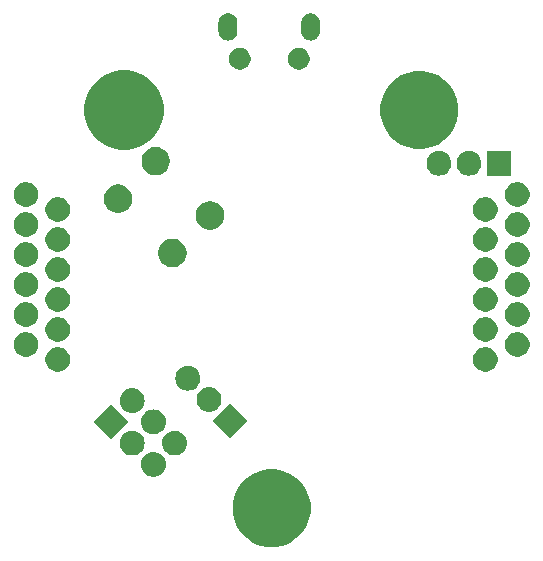
<source format=gbs>
G04 #@! TF.GenerationSoftware,KiCad,Pcbnew,(5.0.0)*
G04 #@! TF.CreationDate,2019-01-09T16:44:40-03:00*
G04 #@! TF.ProjectId,PCB_D,5043425F442E6B696361645F70636200,rev?*
G04 #@! TF.SameCoordinates,Original*
G04 #@! TF.FileFunction,Soldermask,Bot*
G04 #@! TF.FilePolarity,Negative*
%FSLAX46Y46*%
G04 Gerber Fmt 4.6, Leading zero omitted, Abs format (unit mm)*
G04 Created by KiCad (PCBNEW (5.0.0)) date 01/09/19 16:44:40*
%MOMM*%
%LPD*%
G01*
G04 APERTURE LIST*
%ADD10C,0.100000*%
G04 APERTURE END LIST*
D10*
G36*
X962574Y-17026817D02*
X1563135Y-17275577D01*
X2103630Y-17636725D01*
X2563275Y-18096370D01*
X2924423Y-18636865D01*
X3173183Y-19237426D01*
X3300000Y-19874977D01*
X3300000Y-20525023D01*
X3173183Y-21162574D01*
X2924423Y-21763135D01*
X2563275Y-22303630D01*
X2103630Y-22763275D01*
X1563135Y-23124423D01*
X962574Y-23373183D01*
X325023Y-23500000D01*
X-325023Y-23500000D01*
X-962574Y-23373183D01*
X-1563135Y-23124423D01*
X-2103630Y-22763275D01*
X-2563275Y-22303630D01*
X-2924423Y-21763135D01*
X-3173183Y-21162574D01*
X-3300000Y-20525023D01*
X-3300000Y-19874977D01*
X-3173183Y-19237426D01*
X-2924423Y-18636865D01*
X-2563275Y-18096370D01*
X-2103630Y-17636725D01*
X-1563135Y-17275577D01*
X-962574Y-17026817D01*
X-325023Y-16900000D01*
X325023Y-16900000D01*
X962574Y-17026817D01*
X962574Y-17026817D01*
G37*
G36*
X-9879191Y-15449698D02*
X-9802062Y-15457295D01*
X-9670111Y-15497322D01*
X-9604135Y-15517335D01*
X-9421726Y-15614835D01*
X-9261844Y-15746048D01*
X-9130631Y-15905930D01*
X-9033131Y-16088339D01*
X-9033131Y-16088340D01*
X-8973091Y-16286266D01*
X-8952818Y-16492102D01*
X-8973091Y-16697938D01*
X-9013118Y-16829889D01*
X-9033131Y-16895865D01*
X-9130631Y-17078274D01*
X-9261844Y-17238156D01*
X-9421726Y-17369369D01*
X-9604135Y-17466869D01*
X-9670111Y-17486882D01*
X-9802062Y-17526909D01*
X-9879191Y-17534505D01*
X-9956318Y-17542102D01*
X-10059478Y-17542102D01*
X-10136605Y-17534505D01*
X-10213734Y-17526909D01*
X-10345685Y-17486882D01*
X-10411661Y-17466869D01*
X-10594070Y-17369369D01*
X-10753952Y-17238156D01*
X-10885165Y-17078274D01*
X-10982665Y-16895865D01*
X-11002678Y-16829889D01*
X-11042705Y-16697938D01*
X-11062978Y-16492102D01*
X-11042705Y-16286266D01*
X-10982665Y-16088340D01*
X-10982665Y-16088339D01*
X-10885165Y-15905930D01*
X-10753952Y-15746048D01*
X-10594070Y-15614835D01*
X-10411661Y-15517335D01*
X-10345685Y-15497322D01*
X-10213734Y-15457295D01*
X-10136605Y-15449698D01*
X-10059478Y-15442102D01*
X-9956318Y-15442102D01*
X-9879191Y-15449698D01*
X-9879191Y-15449698D01*
G37*
G36*
X-8083139Y-13653648D02*
X-8006010Y-13661244D01*
X-7874059Y-13701271D01*
X-7808083Y-13721284D01*
X-7625674Y-13818784D01*
X-7465792Y-13949997D01*
X-7334579Y-14109879D01*
X-7237079Y-14292288D01*
X-7237079Y-14292289D01*
X-7177039Y-14490215D01*
X-7156766Y-14696051D01*
X-7177039Y-14901887D01*
X-7217066Y-15033838D01*
X-7237079Y-15099814D01*
X-7334579Y-15282223D01*
X-7465792Y-15442105D01*
X-7625674Y-15573318D01*
X-7808083Y-15670818D01*
X-7874059Y-15690831D01*
X-8006010Y-15730858D01*
X-8083139Y-15738455D01*
X-8160266Y-15746051D01*
X-8263426Y-15746051D01*
X-8340553Y-15738455D01*
X-8417682Y-15730858D01*
X-8549633Y-15690831D01*
X-8615609Y-15670818D01*
X-8798018Y-15573318D01*
X-8957900Y-15442105D01*
X-9089113Y-15282223D01*
X-9186613Y-15099814D01*
X-9206626Y-15033838D01*
X-9246653Y-14901887D01*
X-9266926Y-14696051D01*
X-9246653Y-14490215D01*
X-9186613Y-14292289D01*
X-9186613Y-14292288D01*
X-9089113Y-14109879D01*
X-8957900Y-13949997D01*
X-8798018Y-13818784D01*
X-8615609Y-13721284D01*
X-8549633Y-13701271D01*
X-8417682Y-13661244D01*
X-8340553Y-13653648D01*
X-8263426Y-13646051D01*
X-8160266Y-13646051D01*
X-8083139Y-13653648D01*
X-8083139Y-13653648D01*
G37*
G36*
X-11675242Y-13653648D02*
X-11598113Y-13661244D01*
X-11466162Y-13701271D01*
X-11400186Y-13721284D01*
X-11217777Y-13818784D01*
X-11057895Y-13949997D01*
X-10926682Y-14109879D01*
X-10829182Y-14292288D01*
X-10829182Y-14292289D01*
X-10769142Y-14490215D01*
X-10748869Y-14696051D01*
X-10769142Y-14901887D01*
X-10809169Y-15033838D01*
X-10829182Y-15099814D01*
X-10926682Y-15282223D01*
X-11057895Y-15442105D01*
X-11217777Y-15573318D01*
X-11400186Y-15670818D01*
X-11466162Y-15690831D01*
X-11598113Y-15730858D01*
X-11675242Y-15738455D01*
X-11752369Y-15746051D01*
X-11855529Y-15746051D01*
X-11932656Y-15738455D01*
X-12009785Y-15730858D01*
X-12141736Y-15690831D01*
X-12207712Y-15670818D01*
X-12390121Y-15573318D01*
X-12550003Y-15442105D01*
X-12681216Y-15282223D01*
X-12778716Y-15099814D01*
X-12798729Y-15033838D01*
X-12838756Y-14901887D01*
X-12859029Y-14696051D01*
X-12838756Y-14490215D01*
X-12778716Y-14292289D01*
X-12778716Y-14292288D01*
X-12681216Y-14109879D01*
X-12550003Y-13949997D01*
X-12390121Y-13818784D01*
X-12207712Y-13721284D01*
X-12141736Y-13701271D01*
X-12009785Y-13661244D01*
X-11932656Y-13653648D01*
X-11855529Y-13646051D01*
X-11752369Y-13646051D01*
X-11675242Y-13653648D01*
X-11675242Y-13653648D01*
G37*
G36*
X-12115075Y-12900000D02*
X-13600000Y-14384925D01*
X-15084925Y-12900000D01*
X-13600000Y-11415075D01*
X-12115075Y-12900000D01*
X-12115075Y-12900000D01*
G37*
G36*
X-2019024Y-12796051D02*
X-3503949Y-14280976D01*
X-4988874Y-12796051D01*
X-3503949Y-11311126D01*
X-2019024Y-12796051D01*
X-2019024Y-12796051D01*
G37*
G36*
X-9879191Y-11857596D02*
X-9802062Y-11865193D01*
X-9670111Y-11905220D01*
X-9604135Y-11925233D01*
X-9421726Y-12022733D01*
X-9261844Y-12153946D01*
X-9130631Y-12313828D01*
X-9033131Y-12496237D01*
X-9033131Y-12496238D01*
X-8973091Y-12694164D01*
X-8952818Y-12900000D01*
X-8973091Y-13105836D01*
X-9013118Y-13237787D01*
X-9033131Y-13303763D01*
X-9130631Y-13486172D01*
X-9261844Y-13646054D01*
X-9421726Y-13777267D01*
X-9604135Y-13874767D01*
X-9670111Y-13894780D01*
X-9802062Y-13934807D01*
X-9879191Y-13942404D01*
X-9956318Y-13950000D01*
X-10059478Y-13950000D01*
X-10136605Y-13942404D01*
X-10213734Y-13934807D01*
X-10345685Y-13894780D01*
X-10411661Y-13874767D01*
X-10594070Y-13777267D01*
X-10753952Y-13646054D01*
X-10885165Y-13486172D01*
X-10982665Y-13303763D01*
X-11002678Y-13237787D01*
X-11042705Y-13105836D01*
X-11062978Y-12900000D01*
X-11042705Y-12694164D01*
X-10982665Y-12496238D01*
X-10982665Y-12496237D01*
X-10885165Y-12313828D01*
X-10753952Y-12153946D01*
X-10594070Y-12022733D01*
X-10411661Y-11925233D01*
X-10345685Y-11905220D01*
X-10213734Y-11865193D01*
X-10136605Y-11857596D01*
X-10059478Y-11850000D01*
X-9956318Y-11850000D01*
X-9879191Y-11857596D01*
X-9879191Y-11857596D01*
G37*
G36*
X-11675242Y-10061546D02*
X-11598113Y-10069142D01*
X-11466162Y-10109169D01*
X-11400186Y-10129182D01*
X-11217777Y-10226682D01*
X-11057895Y-10357895D01*
X-10926682Y-10517777D01*
X-10829182Y-10700186D01*
X-10829182Y-10700187D01*
X-10769142Y-10898113D01*
X-10748869Y-11103949D01*
X-10769142Y-11309785D01*
X-10797650Y-11403762D01*
X-10829182Y-11507712D01*
X-10926682Y-11690121D01*
X-11057895Y-11850003D01*
X-11217777Y-11981216D01*
X-11400186Y-12078716D01*
X-11466162Y-12098729D01*
X-11598113Y-12138756D01*
X-11675242Y-12146353D01*
X-11752369Y-12153949D01*
X-11855529Y-12153949D01*
X-11932656Y-12146353D01*
X-12009785Y-12138756D01*
X-12141736Y-12098729D01*
X-12207712Y-12078716D01*
X-12390121Y-11981216D01*
X-12550003Y-11850003D01*
X-12681216Y-11690121D01*
X-12778716Y-11507712D01*
X-12810248Y-11403762D01*
X-12838756Y-11309785D01*
X-12859029Y-11103949D01*
X-12838756Y-10898113D01*
X-12778716Y-10700187D01*
X-12778716Y-10700186D01*
X-12681216Y-10517777D01*
X-12550003Y-10357895D01*
X-12390121Y-10226682D01*
X-12207712Y-10129182D01*
X-12141736Y-10109169D01*
X-12009785Y-10069142D01*
X-11932656Y-10061546D01*
X-11855529Y-10053949D01*
X-11752369Y-10053949D01*
X-11675242Y-10061546D01*
X-11675242Y-10061546D01*
G37*
G36*
X-5171293Y-9957597D02*
X-5094164Y-9965193D01*
X-4962213Y-10005220D01*
X-4896237Y-10025233D01*
X-4713828Y-10122733D01*
X-4553946Y-10253946D01*
X-4422733Y-10413828D01*
X-4325233Y-10596237D01*
X-4325233Y-10596238D01*
X-4265193Y-10794164D01*
X-4244920Y-11000000D01*
X-4265193Y-11205836D01*
X-4297132Y-11311126D01*
X-4325233Y-11403763D01*
X-4422733Y-11586172D01*
X-4553946Y-11746054D01*
X-4713828Y-11877267D01*
X-4896237Y-11974767D01*
X-4962213Y-11994780D01*
X-5094164Y-12034807D01*
X-5171293Y-12042403D01*
X-5248420Y-12050000D01*
X-5351580Y-12050000D01*
X-5428707Y-12042403D01*
X-5505836Y-12034807D01*
X-5637787Y-11994780D01*
X-5703763Y-11974767D01*
X-5886172Y-11877267D01*
X-6046054Y-11746054D01*
X-6177267Y-11586172D01*
X-6274767Y-11403763D01*
X-6302868Y-11311126D01*
X-6334807Y-11205836D01*
X-6355080Y-11000000D01*
X-6334807Y-10794164D01*
X-6274767Y-10596238D01*
X-6274767Y-10596237D01*
X-6177267Y-10413828D01*
X-6046054Y-10253946D01*
X-5886172Y-10122733D01*
X-5703763Y-10025233D01*
X-5637787Y-10005220D01*
X-5505836Y-9965193D01*
X-5428707Y-9957597D01*
X-5351580Y-9950000D01*
X-5248420Y-9950000D01*
X-5171293Y-9957597D01*
X-5171293Y-9957597D01*
G37*
G36*
X-6967344Y-8161545D02*
X-6890215Y-8169142D01*
X-6758264Y-8209169D01*
X-6692288Y-8229182D01*
X-6509879Y-8326682D01*
X-6349997Y-8457895D01*
X-6218784Y-8617777D01*
X-6121284Y-8800186D01*
X-6121284Y-8800187D01*
X-6061244Y-8998113D01*
X-6040971Y-9203949D01*
X-6061244Y-9409785D01*
X-6101271Y-9541736D01*
X-6121284Y-9607712D01*
X-6218784Y-9790121D01*
X-6349997Y-9950003D01*
X-6509879Y-10081216D01*
X-6692288Y-10178716D01*
X-6758264Y-10198729D01*
X-6890215Y-10238756D01*
X-6967344Y-10246353D01*
X-7044471Y-10253949D01*
X-7147631Y-10253949D01*
X-7224758Y-10246353D01*
X-7301887Y-10238756D01*
X-7433838Y-10198729D01*
X-7499814Y-10178716D01*
X-7682223Y-10081216D01*
X-7842105Y-9950003D01*
X-7973318Y-9790121D01*
X-8070818Y-9607712D01*
X-8090831Y-9541736D01*
X-8130858Y-9409785D01*
X-8151131Y-9203949D01*
X-8130858Y-8998113D01*
X-8070818Y-8800187D01*
X-8070818Y-8800186D01*
X-7973318Y-8617777D01*
X-7842105Y-8457895D01*
X-7682223Y-8326682D01*
X-7499814Y-8229182D01*
X-7433838Y-8209169D01*
X-7301887Y-8169142D01*
X-7224758Y-8161545D01*
X-7147631Y-8153949D01*
X-7044471Y-8153949D01*
X-6967344Y-8161545D01*
X-6967344Y-8161545D01*
G37*
G36*
X18225888Y-6574470D02*
X18406274Y-6610350D01*
X18597362Y-6689502D01*
X18769336Y-6804411D01*
X18915589Y-6950664D01*
X19030498Y-7122638D01*
X19109650Y-7313726D01*
X19150000Y-7516584D01*
X19150000Y-7723416D01*
X19109650Y-7926274D01*
X19030498Y-8117362D01*
X18915589Y-8289336D01*
X18769336Y-8435589D01*
X18597362Y-8550498D01*
X18406274Y-8629650D01*
X18225888Y-8665530D01*
X18203417Y-8670000D01*
X17996583Y-8670000D01*
X17974112Y-8665530D01*
X17793726Y-8629650D01*
X17602638Y-8550498D01*
X17430664Y-8435589D01*
X17284411Y-8289336D01*
X17169502Y-8117362D01*
X17090350Y-7926274D01*
X17050000Y-7723416D01*
X17050000Y-7516584D01*
X17090350Y-7313726D01*
X17169502Y-7122638D01*
X17284411Y-6950664D01*
X17430664Y-6804411D01*
X17602638Y-6689502D01*
X17793726Y-6610350D01*
X17974112Y-6574470D01*
X17996583Y-6570000D01*
X18203417Y-6570000D01*
X18225888Y-6574470D01*
X18225888Y-6574470D01*
G37*
G36*
X-17974112Y-6574470D02*
X-17793726Y-6610350D01*
X-17602638Y-6689502D01*
X-17430664Y-6804411D01*
X-17284411Y-6950664D01*
X-17169502Y-7122638D01*
X-17090350Y-7313726D01*
X-17050000Y-7516584D01*
X-17050000Y-7723416D01*
X-17090350Y-7926274D01*
X-17169502Y-8117362D01*
X-17284411Y-8289336D01*
X-17430664Y-8435589D01*
X-17602638Y-8550498D01*
X-17793726Y-8629650D01*
X-17974112Y-8665530D01*
X-17996583Y-8670000D01*
X-18203417Y-8670000D01*
X-18225888Y-8665530D01*
X-18406274Y-8629650D01*
X-18597362Y-8550498D01*
X-18769336Y-8435589D01*
X-18915589Y-8289336D01*
X-19030498Y-8117362D01*
X-19109650Y-7926274D01*
X-19150000Y-7723416D01*
X-19150000Y-7516584D01*
X-19109650Y-7313726D01*
X-19030498Y-7122638D01*
X-18915589Y-6950664D01*
X-18769336Y-6804411D01*
X-18597362Y-6689502D01*
X-18406274Y-6610350D01*
X-18225888Y-6574470D01*
X-18203417Y-6570000D01*
X-17996583Y-6570000D01*
X-17974112Y-6574470D01*
X-17974112Y-6574470D01*
G37*
G36*
X20925888Y-5304470D02*
X21106274Y-5340350D01*
X21297362Y-5419502D01*
X21469336Y-5534411D01*
X21615589Y-5680664D01*
X21730498Y-5852638D01*
X21809650Y-6043726D01*
X21850000Y-6246584D01*
X21850000Y-6453416D01*
X21809650Y-6656274D01*
X21730498Y-6847362D01*
X21615589Y-7019336D01*
X21469336Y-7165589D01*
X21297362Y-7280498D01*
X21106274Y-7359650D01*
X20925888Y-7395530D01*
X20903417Y-7400000D01*
X20696583Y-7400000D01*
X20674112Y-7395530D01*
X20493726Y-7359650D01*
X20302638Y-7280498D01*
X20130664Y-7165589D01*
X19984411Y-7019336D01*
X19869502Y-6847362D01*
X19790350Y-6656274D01*
X19750000Y-6453416D01*
X19750000Y-6246584D01*
X19790350Y-6043726D01*
X19869502Y-5852638D01*
X19984411Y-5680664D01*
X20130664Y-5534411D01*
X20302638Y-5419502D01*
X20493726Y-5340350D01*
X20674112Y-5304470D01*
X20696583Y-5300000D01*
X20903417Y-5300000D01*
X20925888Y-5304470D01*
X20925888Y-5304470D01*
G37*
G36*
X-20674112Y-5304470D02*
X-20493726Y-5340350D01*
X-20302638Y-5419502D01*
X-20130664Y-5534411D01*
X-19984411Y-5680664D01*
X-19869502Y-5852638D01*
X-19790350Y-6043726D01*
X-19750000Y-6246584D01*
X-19750000Y-6453416D01*
X-19790350Y-6656274D01*
X-19869502Y-6847362D01*
X-19984411Y-7019336D01*
X-20130664Y-7165589D01*
X-20302638Y-7280498D01*
X-20493726Y-7359650D01*
X-20674112Y-7395530D01*
X-20696583Y-7400000D01*
X-20903417Y-7400000D01*
X-20925888Y-7395530D01*
X-21106274Y-7359650D01*
X-21297362Y-7280498D01*
X-21469336Y-7165589D01*
X-21615589Y-7019336D01*
X-21730498Y-6847362D01*
X-21809650Y-6656274D01*
X-21850000Y-6453416D01*
X-21850000Y-6246584D01*
X-21809650Y-6043726D01*
X-21730498Y-5852638D01*
X-21615589Y-5680664D01*
X-21469336Y-5534411D01*
X-21297362Y-5419502D01*
X-21106274Y-5340350D01*
X-20925888Y-5304470D01*
X-20903417Y-5300000D01*
X-20696583Y-5300000D01*
X-20674112Y-5304470D01*
X-20674112Y-5304470D01*
G37*
G36*
X18225888Y-4034470D02*
X18406274Y-4070350D01*
X18597362Y-4149502D01*
X18769336Y-4264411D01*
X18915589Y-4410664D01*
X19030498Y-4582638D01*
X19109650Y-4773726D01*
X19150000Y-4976584D01*
X19150000Y-5183416D01*
X19109650Y-5386274D01*
X19030498Y-5577362D01*
X18915589Y-5749336D01*
X18769336Y-5895589D01*
X18597362Y-6010498D01*
X18406274Y-6089650D01*
X18225888Y-6125530D01*
X18203417Y-6130000D01*
X17996583Y-6130000D01*
X17974112Y-6125530D01*
X17793726Y-6089650D01*
X17602638Y-6010498D01*
X17430664Y-5895589D01*
X17284411Y-5749336D01*
X17169502Y-5577362D01*
X17090350Y-5386274D01*
X17050000Y-5183416D01*
X17050000Y-4976584D01*
X17090350Y-4773726D01*
X17169502Y-4582638D01*
X17284411Y-4410664D01*
X17430664Y-4264411D01*
X17602638Y-4149502D01*
X17793726Y-4070350D01*
X17974112Y-4034470D01*
X17996583Y-4030000D01*
X18203417Y-4030000D01*
X18225888Y-4034470D01*
X18225888Y-4034470D01*
G37*
G36*
X-17974112Y-4034470D02*
X-17793726Y-4070350D01*
X-17602638Y-4149502D01*
X-17430664Y-4264411D01*
X-17284411Y-4410664D01*
X-17169502Y-4582638D01*
X-17090350Y-4773726D01*
X-17050000Y-4976584D01*
X-17050000Y-5183416D01*
X-17090350Y-5386274D01*
X-17169502Y-5577362D01*
X-17284411Y-5749336D01*
X-17430664Y-5895589D01*
X-17602638Y-6010498D01*
X-17793726Y-6089650D01*
X-17974112Y-6125530D01*
X-17996583Y-6130000D01*
X-18203417Y-6130000D01*
X-18225888Y-6125530D01*
X-18406274Y-6089650D01*
X-18597362Y-6010498D01*
X-18769336Y-5895589D01*
X-18915589Y-5749336D01*
X-19030498Y-5577362D01*
X-19109650Y-5386274D01*
X-19150000Y-5183416D01*
X-19150000Y-4976584D01*
X-19109650Y-4773726D01*
X-19030498Y-4582638D01*
X-18915589Y-4410664D01*
X-18769336Y-4264411D01*
X-18597362Y-4149502D01*
X-18406274Y-4070350D01*
X-18225888Y-4034470D01*
X-18203417Y-4030000D01*
X-17996583Y-4030000D01*
X-17974112Y-4034470D01*
X-17974112Y-4034470D01*
G37*
G36*
X20925888Y-2764470D02*
X21106274Y-2800350D01*
X21297362Y-2879502D01*
X21469336Y-2994411D01*
X21615589Y-3140664D01*
X21730498Y-3312638D01*
X21809650Y-3503726D01*
X21850000Y-3706584D01*
X21850000Y-3913416D01*
X21809650Y-4116274D01*
X21730498Y-4307362D01*
X21615589Y-4479336D01*
X21469336Y-4625589D01*
X21297362Y-4740498D01*
X21106274Y-4819650D01*
X20925888Y-4855530D01*
X20903417Y-4860000D01*
X20696583Y-4860000D01*
X20674112Y-4855530D01*
X20493726Y-4819650D01*
X20302638Y-4740498D01*
X20130664Y-4625589D01*
X19984411Y-4479336D01*
X19869502Y-4307362D01*
X19790350Y-4116274D01*
X19750000Y-3913416D01*
X19750000Y-3706584D01*
X19790350Y-3503726D01*
X19869502Y-3312638D01*
X19984411Y-3140664D01*
X20130664Y-2994411D01*
X20302638Y-2879502D01*
X20493726Y-2800350D01*
X20674112Y-2764470D01*
X20696583Y-2760000D01*
X20903417Y-2760000D01*
X20925888Y-2764470D01*
X20925888Y-2764470D01*
G37*
G36*
X-20674112Y-2764470D02*
X-20493726Y-2800350D01*
X-20302638Y-2879502D01*
X-20130664Y-2994411D01*
X-19984411Y-3140664D01*
X-19869502Y-3312638D01*
X-19790350Y-3503726D01*
X-19750000Y-3706584D01*
X-19750000Y-3913416D01*
X-19790350Y-4116274D01*
X-19869502Y-4307362D01*
X-19984411Y-4479336D01*
X-20130664Y-4625589D01*
X-20302638Y-4740498D01*
X-20493726Y-4819650D01*
X-20674112Y-4855530D01*
X-20696583Y-4860000D01*
X-20903417Y-4860000D01*
X-20925888Y-4855530D01*
X-21106274Y-4819650D01*
X-21297362Y-4740498D01*
X-21469336Y-4625589D01*
X-21615589Y-4479336D01*
X-21730498Y-4307362D01*
X-21809650Y-4116274D01*
X-21850000Y-3913416D01*
X-21850000Y-3706584D01*
X-21809650Y-3503726D01*
X-21730498Y-3312638D01*
X-21615589Y-3140664D01*
X-21469336Y-2994411D01*
X-21297362Y-2879502D01*
X-21106274Y-2800350D01*
X-20925888Y-2764470D01*
X-20903417Y-2760000D01*
X-20696583Y-2760000D01*
X-20674112Y-2764470D01*
X-20674112Y-2764470D01*
G37*
G36*
X18225888Y-1494470D02*
X18406274Y-1530350D01*
X18597362Y-1609502D01*
X18769336Y-1724411D01*
X18915589Y-1870664D01*
X19030498Y-2042638D01*
X19109650Y-2233726D01*
X19150000Y-2436584D01*
X19150000Y-2643416D01*
X19109650Y-2846274D01*
X19030498Y-3037362D01*
X18915589Y-3209336D01*
X18769336Y-3355589D01*
X18597362Y-3470498D01*
X18406274Y-3549650D01*
X18225888Y-3585530D01*
X18203417Y-3590000D01*
X17996583Y-3590000D01*
X17974112Y-3585530D01*
X17793726Y-3549650D01*
X17602638Y-3470498D01*
X17430664Y-3355589D01*
X17284411Y-3209336D01*
X17169502Y-3037362D01*
X17090350Y-2846274D01*
X17050000Y-2643416D01*
X17050000Y-2436584D01*
X17090350Y-2233726D01*
X17169502Y-2042638D01*
X17284411Y-1870664D01*
X17430664Y-1724411D01*
X17602638Y-1609502D01*
X17793726Y-1530350D01*
X17974112Y-1494470D01*
X17996583Y-1490000D01*
X18203417Y-1490000D01*
X18225888Y-1494470D01*
X18225888Y-1494470D01*
G37*
G36*
X-17974112Y-1494470D02*
X-17793726Y-1530350D01*
X-17602638Y-1609502D01*
X-17430664Y-1724411D01*
X-17284411Y-1870664D01*
X-17169502Y-2042638D01*
X-17090350Y-2233726D01*
X-17050000Y-2436584D01*
X-17050000Y-2643416D01*
X-17090350Y-2846274D01*
X-17169502Y-3037362D01*
X-17284411Y-3209336D01*
X-17430664Y-3355589D01*
X-17602638Y-3470498D01*
X-17793726Y-3549650D01*
X-17974112Y-3585530D01*
X-17996583Y-3590000D01*
X-18203417Y-3590000D01*
X-18225888Y-3585530D01*
X-18406274Y-3549650D01*
X-18597362Y-3470498D01*
X-18769336Y-3355589D01*
X-18915589Y-3209336D01*
X-19030498Y-3037362D01*
X-19109650Y-2846274D01*
X-19150000Y-2643416D01*
X-19150000Y-2436584D01*
X-19109650Y-2233726D01*
X-19030498Y-2042638D01*
X-18915589Y-1870664D01*
X-18769336Y-1724411D01*
X-18597362Y-1609502D01*
X-18406274Y-1530350D01*
X-18225888Y-1494470D01*
X-18203417Y-1490000D01*
X-17996583Y-1490000D01*
X-17974112Y-1494470D01*
X-17974112Y-1494470D01*
G37*
G36*
X-20674112Y-224470D02*
X-20493726Y-260350D01*
X-20302638Y-339502D01*
X-20130664Y-454411D01*
X-19984411Y-600664D01*
X-19869502Y-772638D01*
X-19790350Y-963726D01*
X-19750000Y-1166584D01*
X-19750000Y-1373416D01*
X-19790350Y-1576274D01*
X-19869502Y-1767362D01*
X-19984411Y-1939336D01*
X-20130664Y-2085589D01*
X-20302638Y-2200498D01*
X-20493726Y-2279650D01*
X-20674112Y-2315530D01*
X-20696583Y-2320000D01*
X-20903417Y-2320000D01*
X-20925888Y-2315530D01*
X-21106274Y-2279650D01*
X-21297362Y-2200498D01*
X-21469336Y-2085589D01*
X-21615589Y-1939336D01*
X-21730498Y-1767362D01*
X-21809650Y-1576274D01*
X-21850000Y-1373416D01*
X-21850000Y-1166584D01*
X-21809650Y-963726D01*
X-21730498Y-772638D01*
X-21615589Y-600664D01*
X-21469336Y-454411D01*
X-21297362Y-339502D01*
X-21106274Y-260350D01*
X-20925888Y-224470D01*
X-20903417Y-220000D01*
X-20696583Y-220000D01*
X-20674112Y-224470D01*
X-20674112Y-224470D01*
G37*
G36*
X20925888Y-224470D02*
X21106274Y-260350D01*
X21297362Y-339502D01*
X21469336Y-454411D01*
X21615589Y-600664D01*
X21730498Y-772638D01*
X21809650Y-963726D01*
X21850000Y-1166584D01*
X21850000Y-1373416D01*
X21809650Y-1576274D01*
X21730498Y-1767362D01*
X21615589Y-1939336D01*
X21469336Y-2085589D01*
X21297362Y-2200498D01*
X21106274Y-2279650D01*
X20925888Y-2315530D01*
X20903417Y-2320000D01*
X20696583Y-2320000D01*
X20674112Y-2315530D01*
X20493726Y-2279650D01*
X20302638Y-2200498D01*
X20130664Y-2085589D01*
X19984411Y-1939336D01*
X19869502Y-1767362D01*
X19790350Y-1576274D01*
X19750000Y-1373416D01*
X19750000Y-1166584D01*
X19790350Y-963726D01*
X19869502Y-772638D01*
X19984411Y-600664D01*
X20130664Y-454411D01*
X20302638Y-339502D01*
X20493726Y-260350D01*
X20674112Y-224470D01*
X20696583Y-220000D01*
X20903417Y-220000D01*
X20925888Y-224470D01*
X20925888Y-224470D01*
G37*
G36*
X-17974112Y1045530D02*
X-17793726Y1009650D01*
X-17602638Y930498D01*
X-17430664Y815589D01*
X-17284411Y669336D01*
X-17169502Y497362D01*
X-17090350Y306274D01*
X-17050000Y103416D01*
X-17050000Y-103416D01*
X-17090350Y-306274D01*
X-17169502Y-497362D01*
X-17284411Y-669336D01*
X-17430664Y-815589D01*
X-17602638Y-930498D01*
X-17793726Y-1009650D01*
X-17974112Y-1045530D01*
X-17996583Y-1050000D01*
X-18203417Y-1050000D01*
X-18225888Y-1045530D01*
X-18406274Y-1009650D01*
X-18597362Y-930498D01*
X-18769336Y-815589D01*
X-18915589Y-669336D01*
X-19030498Y-497362D01*
X-19109650Y-306274D01*
X-19150000Y-103416D01*
X-19150000Y103416D01*
X-19109650Y306274D01*
X-19030498Y497362D01*
X-18915589Y669336D01*
X-18769336Y815589D01*
X-18597362Y930498D01*
X-18406274Y1009650D01*
X-18225888Y1045530D01*
X-18203417Y1050000D01*
X-17996583Y1050000D01*
X-17974112Y1045530D01*
X-17974112Y1045530D01*
G37*
G36*
X18225888Y1045530D02*
X18406274Y1009650D01*
X18597362Y930498D01*
X18769336Y815589D01*
X18915589Y669336D01*
X19030498Y497362D01*
X19109650Y306274D01*
X19150000Y103416D01*
X19150000Y-103416D01*
X19109650Y-306274D01*
X19030498Y-497362D01*
X18915589Y-669336D01*
X18769336Y-815589D01*
X18597362Y-930498D01*
X18406274Y-1009650D01*
X18225888Y-1045530D01*
X18203417Y-1050000D01*
X17996583Y-1050000D01*
X17974112Y-1045530D01*
X17793726Y-1009650D01*
X17602638Y-930498D01*
X17430664Y-815589D01*
X17284411Y-669336D01*
X17169502Y-497362D01*
X17090350Y-306274D01*
X17050000Y-103416D01*
X17050000Y103416D01*
X17090350Y306274D01*
X17169502Y497362D01*
X17284411Y669336D01*
X17430664Y815589D01*
X17602638Y930498D01*
X17793726Y1009650D01*
X17974112Y1045530D01*
X17996583Y1050000D01*
X18203417Y1050000D01*
X18225888Y1045530D01*
X18225888Y1045530D01*
G37*
G36*
X-8049974Y2553885D02*
X-7831588Y2463427D01*
X-7635042Y2332099D01*
X-7467901Y2164958D01*
X-7336573Y1968412D01*
X-7246115Y1750026D01*
X-7200000Y1518191D01*
X-7200000Y1281809D01*
X-7246115Y1049974D01*
X-7336573Y831588D01*
X-7467901Y635042D01*
X-7635042Y467901D01*
X-7831588Y336573D01*
X-8049974Y246115D01*
X-8281809Y200000D01*
X-8518191Y200000D01*
X-8750026Y246115D01*
X-8968412Y336573D01*
X-9164958Y467901D01*
X-9332099Y635042D01*
X-9463427Y831588D01*
X-9553885Y1049974D01*
X-9600000Y1281809D01*
X-9600000Y1518191D01*
X-9553885Y1750026D01*
X-9463427Y1968412D01*
X-9332099Y2164958D01*
X-9164958Y2332099D01*
X-8968412Y2463427D01*
X-8750026Y2553885D01*
X-8518191Y2600000D01*
X-8281809Y2600000D01*
X-8049974Y2553885D01*
X-8049974Y2553885D01*
G37*
G36*
X-20674112Y2315530D02*
X-20493726Y2279650D01*
X-20302638Y2200498D01*
X-20130664Y2085589D01*
X-19984411Y1939336D01*
X-19869502Y1767362D01*
X-19790350Y1576274D01*
X-19750000Y1373416D01*
X-19750000Y1166584D01*
X-19790350Y963726D01*
X-19869502Y772638D01*
X-19984411Y600664D01*
X-20130664Y454411D01*
X-20302638Y339502D01*
X-20493726Y260350D01*
X-20674112Y224470D01*
X-20696583Y220000D01*
X-20903417Y220000D01*
X-20925888Y224470D01*
X-21106274Y260350D01*
X-21297362Y339502D01*
X-21469336Y454411D01*
X-21615589Y600664D01*
X-21730498Y772638D01*
X-21809650Y963726D01*
X-21850000Y1166584D01*
X-21850000Y1373416D01*
X-21809650Y1576274D01*
X-21730498Y1767362D01*
X-21615589Y1939336D01*
X-21469336Y2085589D01*
X-21297362Y2200498D01*
X-21106274Y2279650D01*
X-20925888Y2315530D01*
X-20903417Y2320000D01*
X-20696583Y2320000D01*
X-20674112Y2315530D01*
X-20674112Y2315530D01*
G37*
G36*
X20925888Y2315530D02*
X21106274Y2279650D01*
X21297362Y2200498D01*
X21469336Y2085589D01*
X21615589Y1939336D01*
X21730498Y1767362D01*
X21809650Y1576274D01*
X21850000Y1373416D01*
X21850000Y1166584D01*
X21809650Y963726D01*
X21730498Y772638D01*
X21615589Y600664D01*
X21469336Y454411D01*
X21297362Y339502D01*
X21106274Y260350D01*
X20925888Y224470D01*
X20903417Y220000D01*
X20696583Y220000D01*
X20674112Y224470D01*
X20493726Y260350D01*
X20302638Y339502D01*
X20130664Y454411D01*
X19984411Y600664D01*
X19869502Y772638D01*
X19790350Y963726D01*
X19750000Y1166584D01*
X19750000Y1373416D01*
X19790350Y1576274D01*
X19869502Y1767362D01*
X19984411Y1939336D01*
X20130664Y2085589D01*
X20302638Y2200498D01*
X20493726Y2279650D01*
X20674112Y2315530D01*
X20696583Y2320000D01*
X20903417Y2320000D01*
X20925888Y2315530D01*
X20925888Y2315530D01*
G37*
G36*
X18225888Y3585530D02*
X18406274Y3549650D01*
X18597362Y3470498D01*
X18769336Y3355589D01*
X18915589Y3209336D01*
X19030498Y3037362D01*
X19109650Y2846274D01*
X19150000Y2643416D01*
X19150000Y2436584D01*
X19109650Y2233726D01*
X19030498Y2042638D01*
X18915589Y1870664D01*
X18769336Y1724411D01*
X18597362Y1609502D01*
X18406274Y1530350D01*
X18225888Y1494470D01*
X18203417Y1490000D01*
X17996583Y1490000D01*
X17974112Y1494470D01*
X17793726Y1530350D01*
X17602638Y1609502D01*
X17430664Y1724411D01*
X17284411Y1870664D01*
X17169502Y2042638D01*
X17090350Y2233726D01*
X17050000Y2436584D01*
X17050000Y2643416D01*
X17090350Y2846274D01*
X17169502Y3037362D01*
X17284411Y3209336D01*
X17430664Y3355589D01*
X17602638Y3470498D01*
X17793726Y3549650D01*
X17974112Y3585530D01*
X17996583Y3590000D01*
X18203417Y3590000D01*
X18225888Y3585530D01*
X18225888Y3585530D01*
G37*
G36*
X-17974112Y3585530D02*
X-17793726Y3549650D01*
X-17602638Y3470498D01*
X-17430664Y3355589D01*
X-17284411Y3209336D01*
X-17169502Y3037362D01*
X-17090350Y2846274D01*
X-17050000Y2643416D01*
X-17050000Y2436584D01*
X-17090350Y2233726D01*
X-17169502Y2042638D01*
X-17284411Y1870664D01*
X-17430664Y1724411D01*
X-17602638Y1609502D01*
X-17793726Y1530350D01*
X-17974112Y1494470D01*
X-17996583Y1490000D01*
X-18203417Y1490000D01*
X-18225888Y1494470D01*
X-18406274Y1530350D01*
X-18597362Y1609502D01*
X-18769336Y1724411D01*
X-18915589Y1870664D01*
X-19030498Y2042638D01*
X-19109650Y2233726D01*
X-19150000Y2436584D01*
X-19150000Y2643416D01*
X-19109650Y2846274D01*
X-19030498Y3037362D01*
X-18915589Y3209336D01*
X-18769336Y3355589D01*
X-18597362Y3470498D01*
X-18406274Y3549650D01*
X-18225888Y3585530D01*
X-18203417Y3590000D01*
X-17996583Y3590000D01*
X-17974112Y3585530D01*
X-17974112Y3585530D01*
G37*
G36*
X-20674112Y4855530D02*
X-20493726Y4819650D01*
X-20302638Y4740498D01*
X-20130664Y4625589D01*
X-19984411Y4479336D01*
X-19869502Y4307362D01*
X-19790350Y4116274D01*
X-19750000Y3913416D01*
X-19750000Y3706584D01*
X-19790350Y3503726D01*
X-19869502Y3312638D01*
X-19984411Y3140664D01*
X-20130664Y2994411D01*
X-20302638Y2879502D01*
X-20493726Y2800350D01*
X-20674112Y2764470D01*
X-20696583Y2760000D01*
X-20903417Y2760000D01*
X-20925888Y2764470D01*
X-21106274Y2800350D01*
X-21297362Y2879502D01*
X-21469336Y2994411D01*
X-21615589Y3140664D01*
X-21730498Y3312638D01*
X-21809650Y3503726D01*
X-21850000Y3706584D01*
X-21850000Y3913416D01*
X-21809650Y4116274D01*
X-21730498Y4307362D01*
X-21615589Y4479336D01*
X-21469336Y4625589D01*
X-21297362Y4740498D01*
X-21106274Y4819650D01*
X-20925888Y4855530D01*
X-20903417Y4860000D01*
X-20696583Y4860000D01*
X-20674112Y4855530D01*
X-20674112Y4855530D01*
G37*
G36*
X20925888Y4855530D02*
X21106274Y4819650D01*
X21297362Y4740498D01*
X21469336Y4625589D01*
X21615589Y4479336D01*
X21730498Y4307362D01*
X21809650Y4116274D01*
X21850000Y3913416D01*
X21850000Y3706584D01*
X21809650Y3503726D01*
X21730498Y3312638D01*
X21615589Y3140664D01*
X21469336Y2994411D01*
X21297362Y2879502D01*
X21106274Y2800350D01*
X20925888Y2764470D01*
X20903417Y2760000D01*
X20696583Y2760000D01*
X20674112Y2764470D01*
X20493726Y2800350D01*
X20302638Y2879502D01*
X20130664Y2994411D01*
X19984411Y3140664D01*
X19869502Y3312638D01*
X19790350Y3503726D01*
X19750000Y3706584D01*
X19750000Y3913416D01*
X19790350Y4116274D01*
X19869502Y4307362D01*
X19984411Y4479336D01*
X20130664Y4625589D01*
X20302638Y4740498D01*
X20493726Y4819650D01*
X20674112Y4855530D01*
X20696583Y4860000D01*
X20903417Y4860000D01*
X20925888Y4855530D01*
X20925888Y4855530D01*
G37*
G36*
X-4867993Y5735866D02*
X-4649607Y5645408D01*
X-4453061Y5514080D01*
X-4285920Y5346939D01*
X-4154592Y5150393D01*
X-4064134Y4932007D01*
X-4018019Y4700172D01*
X-4018019Y4463790D01*
X-4064134Y4231955D01*
X-4154592Y4013569D01*
X-4285920Y3817023D01*
X-4453061Y3649882D01*
X-4649607Y3518554D01*
X-4867993Y3428096D01*
X-5099828Y3381981D01*
X-5336210Y3381981D01*
X-5568045Y3428096D01*
X-5786431Y3518554D01*
X-5982977Y3649882D01*
X-6150118Y3817023D01*
X-6281446Y4013569D01*
X-6371904Y4231955D01*
X-6418019Y4463790D01*
X-6418019Y4700172D01*
X-6371904Y4932007D01*
X-6281446Y5150393D01*
X-6150118Y5346939D01*
X-5982977Y5514080D01*
X-5786431Y5645408D01*
X-5568045Y5735866D01*
X-5336210Y5781981D01*
X-5099828Y5781981D01*
X-4867993Y5735866D01*
X-4867993Y5735866D01*
G37*
G36*
X18225888Y6125530D02*
X18406274Y6089650D01*
X18597362Y6010498D01*
X18769336Y5895589D01*
X18915589Y5749336D01*
X19030498Y5577362D01*
X19109650Y5386274D01*
X19150000Y5183416D01*
X19150000Y4976584D01*
X19109650Y4773726D01*
X19030498Y4582638D01*
X18915589Y4410664D01*
X18769336Y4264411D01*
X18597362Y4149502D01*
X18406274Y4070350D01*
X18225888Y4034470D01*
X18203417Y4030000D01*
X17996583Y4030000D01*
X17974112Y4034470D01*
X17793726Y4070350D01*
X17602638Y4149502D01*
X17430664Y4264411D01*
X17284411Y4410664D01*
X17169502Y4582638D01*
X17090350Y4773726D01*
X17050000Y4976584D01*
X17050000Y5183416D01*
X17090350Y5386274D01*
X17169502Y5577362D01*
X17284411Y5749336D01*
X17430664Y5895589D01*
X17602638Y6010498D01*
X17793726Y6089650D01*
X17974112Y6125530D01*
X17996583Y6130000D01*
X18203417Y6130000D01*
X18225888Y6125530D01*
X18225888Y6125530D01*
G37*
G36*
X-17974112Y6125530D02*
X-17793726Y6089650D01*
X-17602638Y6010498D01*
X-17430664Y5895589D01*
X-17284411Y5749336D01*
X-17169502Y5577362D01*
X-17090350Y5386274D01*
X-17050000Y5183416D01*
X-17050000Y4976584D01*
X-17090350Y4773726D01*
X-17169502Y4582638D01*
X-17284411Y4410664D01*
X-17430664Y4264411D01*
X-17602638Y4149502D01*
X-17793726Y4070350D01*
X-17974112Y4034470D01*
X-17996583Y4030000D01*
X-18203417Y4030000D01*
X-18225888Y4034470D01*
X-18406274Y4070350D01*
X-18597362Y4149502D01*
X-18769336Y4264411D01*
X-18915589Y4410664D01*
X-19030498Y4582638D01*
X-19109650Y4773726D01*
X-19150000Y4976584D01*
X-19150000Y5183416D01*
X-19109650Y5386274D01*
X-19030498Y5577362D01*
X-18915589Y5749336D01*
X-18769336Y5895589D01*
X-18597362Y6010498D01*
X-18406274Y6089650D01*
X-18225888Y6125530D01*
X-18203417Y6130000D01*
X-17996583Y6130000D01*
X-17974112Y6125530D01*
X-17974112Y6125530D01*
G37*
G36*
X-12646168Y7150079D02*
X-12427782Y7059621D01*
X-12231236Y6928293D01*
X-12064095Y6761152D01*
X-11932767Y6564606D01*
X-11842309Y6346220D01*
X-11796194Y6114385D01*
X-11796194Y5878003D01*
X-11842309Y5646168D01*
X-11932767Y5427782D01*
X-12064095Y5231236D01*
X-12231236Y5064095D01*
X-12427782Y4932767D01*
X-12646168Y4842309D01*
X-12878003Y4796194D01*
X-13114385Y4796194D01*
X-13346220Y4842309D01*
X-13564606Y4932767D01*
X-13761152Y5064095D01*
X-13928293Y5231236D01*
X-14059621Y5427782D01*
X-14150079Y5646168D01*
X-14196194Y5878003D01*
X-14196194Y6114385D01*
X-14150079Y6346220D01*
X-14059621Y6564606D01*
X-13928293Y6761152D01*
X-13761152Y6928293D01*
X-13564606Y7059621D01*
X-13346220Y7150079D01*
X-13114385Y7196194D01*
X-12878003Y7196194D01*
X-12646168Y7150079D01*
X-12646168Y7150079D01*
G37*
G36*
X-20674112Y7395530D02*
X-20493726Y7359650D01*
X-20302638Y7280498D01*
X-20130664Y7165589D01*
X-19984411Y7019336D01*
X-19869502Y6847362D01*
X-19790350Y6656274D01*
X-19750000Y6453416D01*
X-19750000Y6246584D01*
X-19790350Y6043726D01*
X-19869502Y5852638D01*
X-19984411Y5680664D01*
X-20130664Y5534411D01*
X-20302638Y5419502D01*
X-20493726Y5340350D01*
X-20674112Y5304470D01*
X-20696583Y5300000D01*
X-20903417Y5300000D01*
X-20925888Y5304470D01*
X-21106274Y5340350D01*
X-21297362Y5419502D01*
X-21469336Y5534411D01*
X-21615589Y5680664D01*
X-21730498Y5852638D01*
X-21809650Y6043726D01*
X-21850000Y6246584D01*
X-21850000Y6453416D01*
X-21809650Y6656274D01*
X-21730498Y6847362D01*
X-21615589Y7019336D01*
X-21469336Y7165589D01*
X-21297362Y7280498D01*
X-21106274Y7359650D01*
X-20925888Y7395530D01*
X-20903417Y7400000D01*
X-20696583Y7400000D01*
X-20674112Y7395530D01*
X-20674112Y7395530D01*
G37*
G36*
X20925888Y7395530D02*
X21106274Y7359650D01*
X21297362Y7280498D01*
X21469336Y7165589D01*
X21615589Y7019336D01*
X21730498Y6847362D01*
X21809650Y6656274D01*
X21850000Y6453416D01*
X21850000Y6246584D01*
X21809650Y6043726D01*
X21730498Y5852638D01*
X21615589Y5680664D01*
X21469336Y5534411D01*
X21297362Y5419502D01*
X21106274Y5340350D01*
X20925888Y5304470D01*
X20903417Y5300000D01*
X20696583Y5300000D01*
X20674112Y5304470D01*
X20493726Y5340350D01*
X20302638Y5419502D01*
X20130664Y5534411D01*
X19984411Y5680664D01*
X19869502Y5852638D01*
X19790350Y6043726D01*
X19750000Y6246584D01*
X19750000Y6453416D01*
X19790350Y6656274D01*
X19869502Y6847362D01*
X19984411Y7019336D01*
X20130664Y7165589D01*
X20302638Y7280498D01*
X20493726Y7359650D01*
X20674112Y7395530D01*
X20696583Y7400000D01*
X20903417Y7400000D01*
X20925888Y7395530D01*
X20925888Y7395530D01*
G37*
G36*
X14298707Y10042404D02*
X14375836Y10034807D01*
X14507787Y9994780D01*
X14573763Y9974767D01*
X14756172Y9877267D01*
X14916054Y9746054D01*
X15047267Y9586172D01*
X15144767Y9403763D01*
X15144767Y9403762D01*
X15204807Y9205836D01*
X15225080Y9000000D01*
X15204807Y8794164D01*
X15164780Y8662213D01*
X15144767Y8596237D01*
X15047267Y8413828D01*
X14916054Y8253946D01*
X14756172Y8122733D01*
X14573763Y8025233D01*
X14507787Y8005220D01*
X14375836Y7965193D01*
X14298707Y7957596D01*
X14221580Y7950000D01*
X14118420Y7950000D01*
X14041293Y7957596D01*
X13964164Y7965193D01*
X13832213Y8005220D01*
X13766237Y8025233D01*
X13583828Y8122733D01*
X13423946Y8253946D01*
X13292733Y8413828D01*
X13195233Y8596237D01*
X13175220Y8662213D01*
X13135193Y8794164D01*
X13114920Y9000000D01*
X13135193Y9205836D01*
X13195233Y9403762D01*
X13195233Y9403763D01*
X13292733Y9586172D01*
X13423946Y9746054D01*
X13583828Y9877267D01*
X13766237Y9974767D01*
X13832213Y9994780D01*
X13964164Y10034807D01*
X14041293Y10042404D01*
X14118420Y10050000D01*
X14221580Y10050000D01*
X14298707Y10042404D01*
X14298707Y10042404D01*
G37*
G36*
X16838707Y10042404D02*
X16915836Y10034807D01*
X17047787Y9994780D01*
X17113763Y9974767D01*
X17296172Y9877267D01*
X17456054Y9746054D01*
X17587267Y9586172D01*
X17684767Y9403763D01*
X17684767Y9403762D01*
X17744807Y9205836D01*
X17765080Y9000000D01*
X17744807Y8794164D01*
X17704780Y8662213D01*
X17684767Y8596237D01*
X17587267Y8413828D01*
X17456054Y8253946D01*
X17296172Y8122733D01*
X17113763Y8025233D01*
X17047787Y8005220D01*
X16915836Y7965193D01*
X16838707Y7957596D01*
X16761580Y7950000D01*
X16658420Y7950000D01*
X16581293Y7957596D01*
X16504164Y7965193D01*
X16372213Y8005220D01*
X16306237Y8025233D01*
X16123828Y8122733D01*
X15963946Y8253946D01*
X15832733Y8413828D01*
X15735233Y8596237D01*
X15715220Y8662213D01*
X15675193Y8794164D01*
X15654920Y9000000D01*
X15675193Y9205836D01*
X15735233Y9403762D01*
X15735233Y9403763D01*
X15832733Y9586172D01*
X15963946Y9746054D01*
X16123828Y9877267D01*
X16306237Y9974767D01*
X16372213Y9994780D01*
X16504164Y10034807D01*
X16581293Y10042404D01*
X16658420Y10050000D01*
X16761580Y10050000D01*
X16838707Y10042404D01*
X16838707Y10042404D01*
G37*
G36*
X20300000Y7950000D02*
X18200000Y7950000D01*
X18200000Y10050000D01*
X20300000Y10050000D01*
X20300000Y7950000D01*
X20300000Y7950000D01*
G37*
G36*
X-9464188Y10332060D02*
X-9245802Y10241602D01*
X-9049256Y10110274D01*
X-8882115Y9943133D01*
X-8750787Y9746587D01*
X-8660329Y9528201D01*
X-8614214Y9296366D01*
X-8614214Y9059984D01*
X-8660329Y8828149D01*
X-8750787Y8609763D01*
X-8882115Y8413217D01*
X-9049256Y8246076D01*
X-9245802Y8114748D01*
X-9464188Y8024290D01*
X-9696023Y7978175D01*
X-9932405Y7978175D01*
X-10164240Y8024290D01*
X-10382626Y8114748D01*
X-10579172Y8246076D01*
X-10746313Y8413217D01*
X-10877641Y8609763D01*
X-10968099Y8828149D01*
X-11014214Y9059984D01*
X-11014214Y9296366D01*
X-10968099Y9528201D01*
X-10877641Y9746587D01*
X-10746313Y9943133D01*
X-10579172Y10110274D01*
X-10382626Y10241602D01*
X-10164240Y10332060D01*
X-9932405Y10378175D01*
X-9696023Y10378175D01*
X-9464188Y10332060D01*
X-9464188Y10332060D01*
G37*
G36*
X-11522842Y16721262D02*
X-10913181Y16468732D01*
X-10364497Y16102113D01*
X-9897887Y15635503D01*
X-9531268Y15086819D01*
X-9278738Y14477158D01*
X-9150000Y13829948D01*
X-9150000Y13170052D01*
X-9278738Y12522842D01*
X-9531268Y11913181D01*
X-9897887Y11364497D01*
X-10364497Y10897887D01*
X-10913181Y10531268D01*
X-11522842Y10278738D01*
X-12170052Y10150000D01*
X-12829948Y10150000D01*
X-13477158Y10278738D01*
X-14086819Y10531268D01*
X-14635503Y10897887D01*
X-15102113Y11364497D01*
X-15468732Y11913181D01*
X-15721262Y12522842D01*
X-15850000Y13170052D01*
X-15850000Y13829948D01*
X-15721262Y14477158D01*
X-15468732Y15086819D01*
X-15102113Y15635503D01*
X-14635503Y16102113D01*
X-14086819Y16468732D01*
X-13477158Y16721262D01*
X-12829948Y16850000D01*
X-12170052Y16850000D01*
X-11522842Y16721262D01*
X-11522842Y16721262D01*
G37*
G36*
X13462574Y16673183D02*
X14063135Y16424423D01*
X14603630Y16063275D01*
X15063275Y15603630D01*
X15424423Y15063135D01*
X15673183Y14462574D01*
X15800000Y13825023D01*
X15800000Y13174977D01*
X15673183Y12537426D01*
X15424423Y11936865D01*
X15063275Y11396370D01*
X14603630Y10936725D01*
X14063135Y10575577D01*
X13462574Y10326817D01*
X12825023Y10200000D01*
X12174977Y10200000D01*
X11537426Y10326817D01*
X10936865Y10575577D01*
X10396370Y10936725D01*
X9936725Y11396370D01*
X9575577Y11936865D01*
X9326817Y12537426D01*
X9200000Y13174977D01*
X9200000Y13825023D01*
X9326817Y14462574D01*
X9575577Y15063135D01*
X9936725Y15603630D01*
X10396370Y16063275D01*
X10936865Y16424423D01*
X11537426Y16673183D01*
X12174977Y16800000D01*
X12825023Y16800000D01*
X13462574Y16673183D01*
X13462574Y16673183D01*
G37*
G36*
X2569811Y18726954D02*
X2569814Y18726953D01*
X2569813Y18726953D01*
X2738152Y18657225D01*
X2738153Y18657224D01*
X2889656Y18555993D01*
X3018493Y18427156D01*
X3018495Y18427153D01*
X3119725Y18275652D01*
X3173657Y18145448D01*
X3189454Y18107311D01*
X3225000Y17928606D01*
X3225000Y17746394D01*
X3189454Y17567689D01*
X3189453Y17567687D01*
X3119725Y17399348D01*
X3119724Y17399347D01*
X3018493Y17247844D01*
X2889656Y17119007D01*
X2889653Y17119005D01*
X2738152Y17017775D01*
X2607948Y16963843D01*
X2569811Y16948046D01*
X2391106Y16912500D01*
X2208894Y16912500D01*
X2030189Y16948046D01*
X1992052Y16963843D01*
X1861848Y17017775D01*
X1710347Y17119005D01*
X1710344Y17119007D01*
X1581507Y17247844D01*
X1480276Y17399347D01*
X1480275Y17399348D01*
X1410547Y17567687D01*
X1410546Y17567689D01*
X1375000Y17746394D01*
X1375000Y17928606D01*
X1410546Y18107311D01*
X1426343Y18145448D01*
X1480275Y18275652D01*
X1581505Y18427153D01*
X1581507Y18427156D01*
X1710344Y18555993D01*
X1861847Y18657224D01*
X1861848Y18657225D01*
X2030187Y18726953D01*
X2030186Y18726953D01*
X2030189Y18726954D01*
X2208894Y18762500D01*
X2391106Y18762500D01*
X2569811Y18726954D01*
X2569811Y18726954D01*
G37*
G36*
X-2430189Y18726954D02*
X-2430186Y18726953D01*
X-2430187Y18726953D01*
X-2261848Y18657225D01*
X-2261847Y18657224D01*
X-2110344Y18555993D01*
X-1981507Y18427156D01*
X-1981505Y18427153D01*
X-1880275Y18275652D01*
X-1826343Y18145448D01*
X-1810546Y18107311D01*
X-1775000Y17928606D01*
X-1775000Y17746394D01*
X-1810546Y17567689D01*
X-1810547Y17567687D01*
X-1880275Y17399348D01*
X-1880276Y17399347D01*
X-1981507Y17247844D01*
X-2110344Y17119007D01*
X-2110347Y17119005D01*
X-2261848Y17017775D01*
X-2392052Y16963843D01*
X-2430189Y16948046D01*
X-2608894Y16912500D01*
X-2791106Y16912500D01*
X-2969811Y16948046D01*
X-3007948Y16963843D01*
X-3138152Y17017775D01*
X-3289653Y17119005D01*
X-3289656Y17119007D01*
X-3418493Y17247844D01*
X-3519724Y17399347D01*
X-3519725Y17399348D01*
X-3589453Y17567687D01*
X-3589454Y17567689D01*
X-3625000Y17746394D01*
X-3625000Y17928606D01*
X-3589454Y18107311D01*
X-3573657Y18145448D01*
X-3519725Y18275652D01*
X-3418495Y18427153D01*
X-3418493Y18427156D01*
X-3289656Y18555993D01*
X-3138153Y18657224D01*
X-3138152Y18657225D01*
X-2969813Y18726953D01*
X-2969814Y18726953D01*
X-2969811Y18726954D01*
X-2791106Y18762500D01*
X-2608894Y18762500D01*
X-2430189Y18726954D01*
X-2430189Y18726954D01*
G37*
G36*
X-3543173Y21675924D02*
X-3467772Y21653051D01*
X-3392371Y21630179D01*
X-3253392Y21555892D01*
X-3131578Y21455922D01*
X-3031608Y21334108D01*
X-2957321Y21195129D01*
X-2911576Y21044326D01*
X-2900000Y20926795D01*
X-2900000Y20148205D01*
X-2911576Y20030674D01*
X-2957321Y19879871D01*
X-3031608Y19740892D01*
X-3131575Y19619081D01*
X-3131577Y19619080D01*
X-3131578Y19619078D01*
X-3131582Y19619075D01*
X-3253396Y19519106D01*
X-3392372Y19444821D01*
X-3467773Y19421949D01*
X-3543174Y19399076D01*
X-3700000Y19383630D01*
X-3856827Y19399076D01*
X-3932228Y19421949D01*
X-4007629Y19444821D01*
X-4146608Y19519108D01*
X-4268419Y19619075D01*
X-4268420Y19619077D01*
X-4268422Y19619078D01*
X-4368393Y19740895D01*
X-4442678Y19879871D01*
X-4442679Y19879872D01*
X-4488423Y20030671D01*
X-4488424Y20030674D01*
X-4500000Y20148208D01*
X-4500000Y20926793D01*
X-4488424Y21044327D01*
X-4488424Y21044329D01*
X-4442679Y21195126D01*
X-4368391Y21334108D01*
X-4268421Y21455922D01*
X-4146607Y21555892D01*
X-4007628Y21630179D01*
X-3932227Y21653051D01*
X-3856826Y21675924D01*
X-3700000Y21691370D01*
X-3543173Y21675924D01*
X-3543173Y21675924D01*
G37*
G36*
X3456826Y21675924D02*
X3532227Y21653051D01*
X3607628Y21630179D01*
X3746604Y21555894D01*
X3746606Y21555893D01*
X3746605Y21555893D01*
X3868422Y21455922D01*
X3868423Y21455920D01*
X3868425Y21455919D01*
X3968392Y21334108D01*
X4042679Y21195129D01*
X4088424Y21044326D01*
X4100000Y20926795D01*
X4100000Y20148205D01*
X4088424Y20030674D01*
X4042679Y19879871D01*
X3968392Y19740892D01*
X3868422Y19619078D01*
X3746608Y19519108D01*
X3607629Y19444821D01*
X3532228Y19421949D01*
X3456827Y19399076D01*
X3300000Y19383630D01*
X3143174Y19399076D01*
X3067773Y19421949D01*
X2992372Y19444821D01*
X2853393Y19519108D01*
X2731579Y19619078D01*
X2631609Y19740892D01*
X2557321Y19879874D01*
X2511576Y20030671D01*
X2500000Y20148205D01*
X2500000Y20926794D01*
X2511576Y21044325D01*
X2511577Y21044327D01*
X2534449Y21119727D01*
X2557321Y21195128D01*
X2631606Y21334104D01*
X2731576Y21455919D01*
X2731578Y21455922D01*
X2731580Y21455923D01*
X2731581Y21455925D01*
X2853392Y21555892D01*
X2992371Y21630179D01*
X3067772Y21653051D01*
X3143173Y21675924D01*
X3300000Y21691370D01*
X3456826Y21675924D01*
X3456826Y21675924D01*
G37*
M02*

</source>
